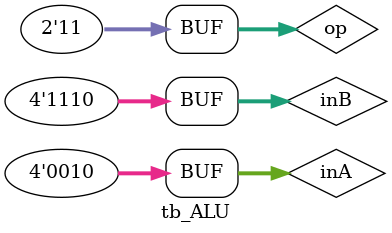
<source format=v>
`timescale 1ns / 1ps


module tb_ALU;

	// Inputs
	reg [3:0] inA;
	reg [3:0] inB;
	reg [1:0] op;

	// Outputs
	wire [3:0] ans;

	// Instantiate the Unit Under Test (UUT)
	ALU_1 uut (
		.inA(inA), 
		.inB(inB), 
		.op(op), 
		.ans(ans)
	);

	initial begin
		// Initialize Inputs
		inA = 0;
		inB = 0;
		op = 0;

		// Wait 100 ns for global reset to finish
		#100;
      op = 2'b11;
		inA = 4'b0010;
		inB = 4'b1110;
		#100;
		// Add stimulus here

	end
      
endmodule


</source>
